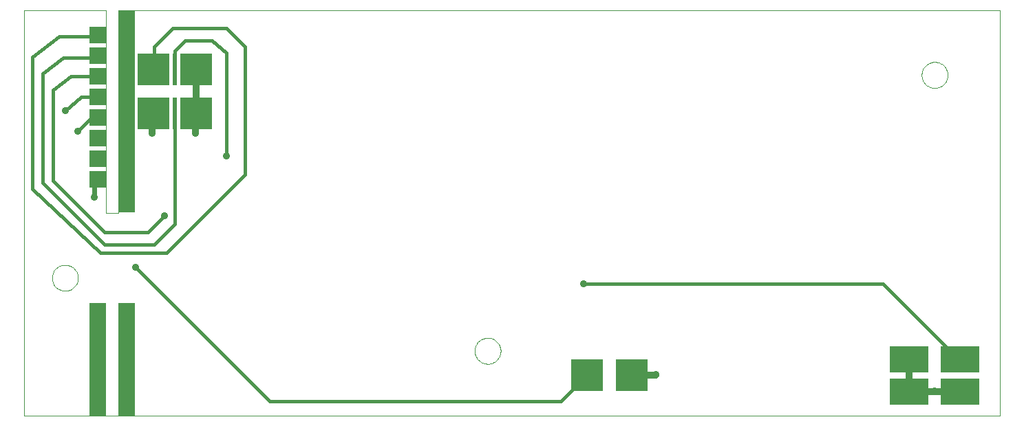
<source format=gtl>
G75*
G70*
%OFA0B0*%
%FSLAX24Y24*%
%IPPOS*%
%LPD*%
%AMOC8*
5,1,8,0,0,1.08239X$1,22.5*
%
%ADD10C,0.0000*%
%ADD11R,0.0787X0.5512*%
%ADD12R,0.0787X0.9843*%
%ADD13R,0.0787X0.0787*%
%ADD14R,0.1575X0.1575*%
%ADD15R,0.0236X0.1575*%
%ADD16R,0.1890X0.1299*%
%ADD17C,0.0100*%
%ADD18C,0.0160*%
%ADD19C,0.0240*%
%ADD20C,0.0356*%
%ADD21C,0.0320*%
D10*
X000260Y000467D02*
X000260Y020152D01*
X004197Y020152D01*
X004197Y010310D01*
X004827Y010310D01*
X004827Y020152D01*
X047504Y020152D01*
X047504Y000467D01*
X000260Y000467D01*
X001599Y007160D02*
X001601Y007210D01*
X001607Y007260D01*
X001617Y007309D01*
X001631Y007357D01*
X001648Y007404D01*
X001669Y007449D01*
X001694Y007493D01*
X001722Y007534D01*
X001754Y007573D01*
X001788Y007610D01*
X001825Y007644D01*
X001865Y007674D01*
X001907Y007701D01*
X001951Y007725D01*
X001997Y007746D01*
X002044Y007762D01*
X002092Y007775D01*
X002142Y007784D01*
X002191Y007789D01*
X002242Y007790D01*
X002292Y007787D01*
X002341Y007780D01*
X002390Y007769D01*
X002438Y007754D01*
X002484Y007736D01*
X002529Y007714D01*
X002572Y007688D01*
X002613Y007659D01*
X002652Y007627D01*
X002688Y007592D01*
X002720Y007554D01*
X002750Y007514D01*
X002777Y007471D01*
X002800Y007427D01*
X002819Y007381D01*
X002835Y007333D01*
X002847Y007284D01*
X002855Y007235D01*
X002859Y007185D01*
X002859Y007135D01*
X002855Y007085D01*
X002847Y007036D01*
X002835Y006987D01*
X002819Y006939D01*
X002800Y006893D01*
X002777Y006849D01*
X002750Y006806D01*
X002720Y006766D01*
X002688Y006728D01*
X002652Y006693D01*
X002613Y006661D01*
X002572Y006632D01*
X002529Y006606D01*
X002484Y006584D01*
X002438Y006566D01*
X002390Y006551D01*
X002341Y006540D01*
X002292Y006533D01*
X002242Y006530D01*
X002191Y006531D01*
X002142Y006536D01*
X002092Y006545D01*
X002044Y006558D01*
X001997Y006574D01*
X001951Y006595D01*
X001907Y006619D01*
X001865Y006646D01*
X001825Y006676D01*
X001788Y006710D01*
X001754Y006747D01*
X001722Y006786D01*
X001694Y006827D01*
X001669Y006871D01*
X001648Y006916D01*
X001631Y006963D01*
X001617Y007011D01*
X001607Y007060D01*
X001601Y007110D01*
X001599Y007160D01*
X022071Y003617D02*
X022073Y003667D01*
X022079Y003717D01*
X022089Y003766D01*
X022103Y003814D01*
X022120Y003861D01*
X022141Y003906D01*
X022166Y003950D01*
X022194Y003991D01*
X022226Y004030D01*
X022260Y004067D01*
X022297Y004101D01*
X022337Y004131D01*
X022379Y004158D01*
X022423Y004182D01*
X022469Y004203D01*
X022516Y004219D01*
X022564Y004232D01*
X022614Y004241D01*
X022663Y004246D01*
X022714Y004247D01*
X022764Y004244D01*
X022813Y004237D01*
X022862Y004226D01*
X022910Y004211D01*
X022956Y004193D01*
X023001Y004171D01*
X023044Y004145D01*
X023085Y004116D01*
X023124Y004084D01*
X023160Y004049D01*
X023192Y004011D01*
X023222Y003971D01*
X023249Y003928D01*
X023272Y003884D01*
X023291Y003838D01*
X023307Y003790D01*
X023319Y003741D01*
X023327Y003692D01*
X023331Y003642D01*
X023331Y003592D01*
X023327Y003542D01*
X023319Y003493D01*
X023307Y003444D01*
X023291Y003396D01*
X023272Y003350D01*
X023249Y003306D01*
X023222Y003263D01*
X023192Y003223D01*
X023160Y003185D01*
X023124Y003150D01*
X023085Y003118D01*
X023044Y003089D01*
X023001Y003063D01*
X022956Y003041D01*
X022910Y003023D01*
X022862Y003008D01*
X022813Y002997D01*
X022764Y002990D01*
X022714Y002987D01*
X022663Y002988D01*
X022614Y002993D01*
X022564Y003002D01*
X022516Y003015D01*
X022469Y003031D01*
X022423Y003052D01*
X022379Y003076D01*
X022337Y003103D01*
X022297Y003133D01*
X022260Y003167D01*
X022226Y003204D01*
X022194Y003243D01*
X022166Y003284D01*
X022141Y003328D01*
X022120Y003373D01*
X022103Y003420D01*
X022089Y003468D01*
X022079Y003517D01*
X022073Y003567D01*
X022071Y003617D01*
X043724Y017003D02*
X043726Y017053D01*
X043732Y017103D01*
X043742Y017152D01*
X043756Y017200D01*
X043773Y017247D01*
X043794Y017292D01*
X043819Y017336D01*
X043847Y017377D01*
X043879Y017416D01*
X043913Y017453D01*
X043950Y017487D01*
X043990Y017517D01*
X044032Y017544D01*
X044076Y017568D01*
X044122Y017589D01*
X044169Y017605D01*
X044217Y017618D01*
X044267Y017627D01*
X044316Y017632D01*
X044367Y017633D01*
X044417Y017630D01*
X044466Y017623D01*
X044515Y017612D01*
X044563Y017597D01*
X044609Y017579D01*
X044654Y017557D01*
X044697Y017531D01*
X044738Y017502D01*
X044777Y017470D01*
X044813Y017435D01*
X044845Y017397D01*
X044875Y017357D01*
X044902Y017314D01*
X044925Y017270D01*
X044944Y017224D01*
X044960Y017176D01*
X044972Y017127D01*
X044980Y017078D01*
X044984Y017028D01*
X044984Y016978D01*
X044980Y016928D01*
X044972Y016879D01*
X044960Y016830D01*
X044944Y016782D01*
X044925Y016736D01*
X044902Y016692D01*
X044875Y016649D01*
X044845Y016609D01*
X044813Y016571D01*
X044777Y016536D01*
X044738Y016504D01*
X044697Y016475D01*
X044654Y016449D01*
X044609Y016427D01*
X044563Y016409D01*
X044515Y016394D01*
X044466Y016383D01*
X044417Y016376D01*
X044367Y016373D01*
X044316Y016374D01*
X044267Y016379D01*
X044217Y016388D01*
X044169Y016401D01*
X044122Y016417D01*
X044076Y016438D01*
X044032Y016462D01*
X043990Y016489D01*
X043950Y016519D01*
X043913Y016553D01*
X043879Y016590D01*
X043847Y016629D01*
X043819Y016670D01*
X043794Y016714D01*
X043773Y016759D01*
X043756Y016806D01*
X043742Y016854D01*
X043732Y016903D01*
X043726Y016953D01*
X043724Y017003D01*
D11*
X005221Y003223D03*
X003803Y003223D03*
D12*
X005221Y015231D03*
D13*
X003803Y014928D03*
X003803Y013928D03*
X003803Y012928D03*
X003803Y011928D03*
X003803Y015928D03*
X003803Y016928D03*
X003803Y017928D03*
X003803Y018928D03*
D14*
X006500Y017278D03*
X008587Y017278D03*
X008587Y015152D03*
X006500Y015152D03*
X027524Y002436D03*
X029689Y002436D03*
D15*
X007543Y015152D03*
X007543Y017278D03*
D16*
X043114Y003223D03*
X045595Y003223D03*
X045595Y001649D03*
X043114Y001649D03*
D17*
X003820Y017847D02*
X003803Y017947D01*
X003803Y017928D01*
X003820Y017847D02*
X003620Y017880D01*
X003797Y018878D02*
X003803Y018928D01*
D18*
X003797Y018878D02*
X001960Y018878D01*
X001960Y018867D01*
X000660Y017867D01*
X000660Y011467D01*
X003960Y008367D01*
X007160Y008367D01*
X010960Y012167D01*
X010960Y018367D01*
X010060Y019267D01*
X007460Y019267D01*
X006560Y018367D01*
X006560Y017338D01*
X006500Y017278D01*
X007543Y017278D02*
X007560Y017295D01*
X007560Y018167D01*
X008060Y018667D01*
X009360Y018667D01*
X010060Y018067D01*
X010060Y013067D01*
X007560Y015067D02*
X007560Y009767D01*
X006560Y008767D01*
X004160Y008767D01*
X001160Y011767D01*
X001160Y017067D01*
X002140Y017847D01*
X003820Y017847D01*
X003803Y016928D02*
X002521Y016928D01*
X001660Y016267D01*
X001660Y011867D01*
X004160Y009367D01*
X006260Y009367D01*
X007060Y010167D01*
X005660Y007667D02*
X012160Y001167D01*
X026255Y001167D01*
X027524Y002436D01*
X027360Y006867D02*
X041860Y006867D01*
X045560Y003167D01*
X045595Y003202D01*
X045595Y003223D01*
X003803Y014928D02*
X003521Y014928D01*
X002860Y014267D01*
X002260Y015267D02*
X003021Y015928D01*
X003803Y015928D01*
D19*
X003649Y011978D02*
X003660Y011067D01*
X003803Y011928D02*
X003649Y011978D01*
D20*
X003660Y011067D03*
X007060Y010167D03*
X005660Y007667D03*
X010060Y013067D03*
X008560Y014167D03*
X006460Y014167D03*
X002860Y014267D03*
X002260Y015267D03*
X027360Y006867D03*
X030860Y002467D03*
X044360Y001667D03*
D21*
X044360Y001649D01*
X045595Y001649D01*
X045560Y001649D01*
X045560Y001667D01*
X045660Y001667D01*
X044360Y001649D02*
X043114Y001649D01*
X043114Y003223D01*
X030860Y002467D02*
X030860Y002436D01*
X029689Y002436D01*
X008560Y014167D02*
X008560Y015152D01*
X008587Y015152D01*
X008587Y017278D01*
X006500Y015152D02*
X006460Y015152D01*
X006460Y014167D01*
M02*

</source>
